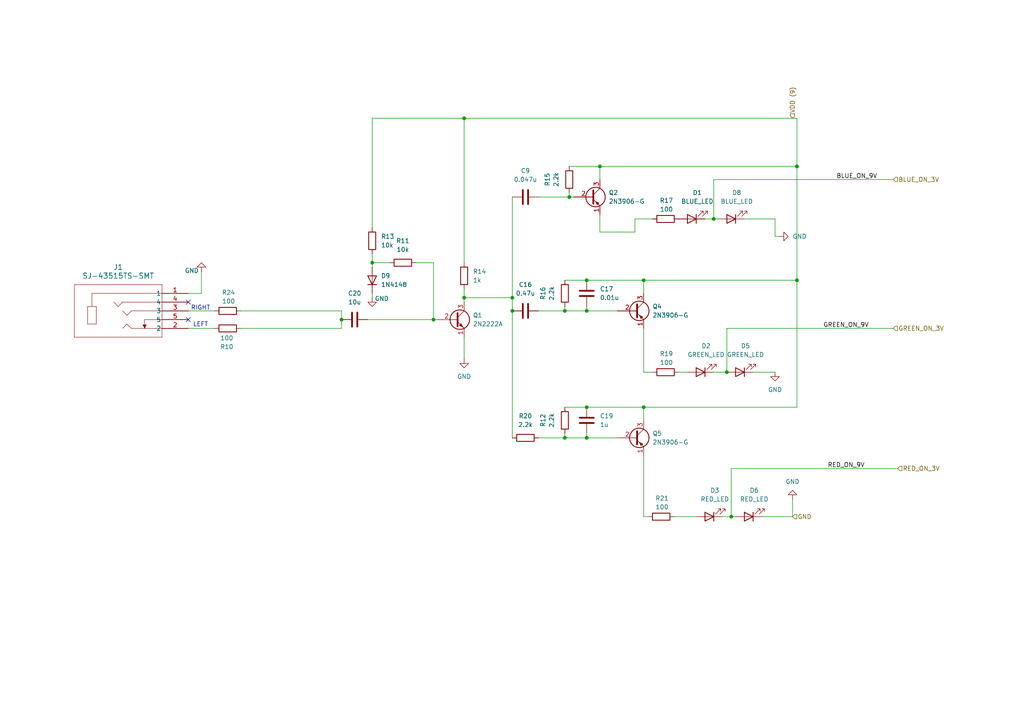
<source format=kicad_sch>
(kicad_sch (version 20231120) (generator "eeschema") (generator_version "8.0")
  (paper "A4")
  (lib_symbols
    (symbol "Device:C" (pin_numbers hide) (pin_names (offset 0.254))
      (property "Reference" "C" (at 0.635 2.54 0))
      (property "Value" "C" (at 0.635 -2.54 0))
      (symbol "C_0_1"
        (polyline (pts (xy -2.032 -0.762) (xy 2.032 -0.762)) (stroke (width 0.508)))
        (polyline (pts (xy -2.032 0.762) (xy 2.032 0.762)) (stroke (width 0.508)))
      )
      (symbol "C_1_1"
        (pin passive line (at 0 3.81 270) (length 2.794) (name "~") (number "1"))
        (pin passive line (at 0 -3.81 90) (length 2.794) (name "~") (number "2"))
      )
    )
    (symbol "Device:LED" (pin_numbers hide) (pin_names (offset 1.016) hide)
      (property "Reference" "D" (at 0 2.54 0))
      (property "Value" "LED" (at 0 -2.54 0))
      (symbol "LED_0_1"
        (polyline (pts (xy -1.27 -1.27) (xy -1.27 1.27)) (stroke (width 0.254)))
        (polyline (pts (xy -1.27 0) (xy 1.27 0)))
        (polyline (pts (xy 1.27 -1.27) (xy 1.27 1.27) (xy -1.27 0) (xy 1.27 -1.27)) (stroke (width 0.254)))
        (polyline (pts (xy -3.048 -0.762) (xy -4.572 -2.286) (xy -3.81 -2.286) (xy -4.572 -2.286) (xy -4.572 -1.524)))
        (polyline (pts (xy -1.778 -0.762) (xy -3.302 -2.286) (xy -2.54 -2.286) (xy -3.302 -2.286) (xy -3.302 -1.524)))
      )
      (symbol "LED_1_1"
        (pin passive line (at -3.81 0 0) (length 2.54) (name "K") (number "1"))
        (pin passive line (at 3.81 0 180) (length 2.54) (name "A") (number "2"))
      )
    )
    (symbol "Device:R" (pin_numbers hide) (pin_names (offset 0))
      (property "Reference" "R" (at 2.032 0 90))
      (property "Value" "R" (at 0 0 90))
      (symbol "R_0_1"
        (rectangle (start -1.016 -2.54) (end 1.016 2.54) (stroke (width 0.254)))
      )
      (symbol "R_1_1"
        (pin passive line (at 0 3.81 270) (length 1.27) (name "~") (number "1"))
        (pin passive line (at 0 -3.81 90) (length 1.27) (name "~") (number "2"))
      )
    )
    (symbol "Diode:1N4148" (pin_numbers hide) (pin_names hide)
      (property "Reference" "D" (at 0 2.54 0))
      (property "Value" "1N4148" (at 0 -2.54 0))
      (symbol "1N4148_0_1"
        (polyline (pts (xy -1.27 1.27) (xy -1.27 -1.27)) (stroke (width 0.254)))
        (polyline (pts (xy 1.27 0) (xy -1.27 0)))
        (polyline (pts (xy 1.27 1.27) (xy 1.27 -1.27) (xy -1.27 0) (xy 1.27 1.27)) (stroke (width 0.254)))
      )
      (symbol "1N4148_1_1"
        (pin passive line (at -3.81 0 0) (length 2.54) (name "K") (number "1"))
        (pin passive line (at 3.81 0 180) (length 2.54) (name "A") (number "2"))
      )
    )
    (symbol "Transistor_BJT:2N3906" (pin_names (offset 0) hide)
      (property "Reference" "Q" (at 5.08 1.905 0))
      (property "Value" "2N3906" (at 5.08 0 0))
      (symbol "2N3906_0_1"
        (polyline (pts (xy 0.635 0.635) (xy 2.54 2.54)))
        (polyline (pts (xy 0.635 -0.635) (xy 2.54 -2.54) (xy 2.54 -2.54)))
        (polyline (pts (xy 0.635 1.905) (xy 0.635 -1.905) (xy 0.635 -1.905)) (stroke (width 0.508)))
        (polyline (pts (xy 2.286 -1.778) (xy 1.778 -2.286) (xy 1.27 -1.27) (xy 2.286 -1.778) (xy 2.286 -1.778)) (fill (type outline)))
        (circle (center 1.27 0) (radius 2.8194) (stroke (width 0.254)))
      )
      (symbol "2N3906_1_1"
        (pin passive line (at 2.54 -5.08 90) (length 2.54) (name "E") (number "1"))
        (pin input line (at -5.08 0 0) (length 5.715) (name "B") (number "2"))
        (pin passive line (at 2.54 5.08 270) (length 2.54) (name "C") (number "3"))
      )
    )
    (symbol "Transistor_BJT:PN2222A" (pin_names (offset 0) hide)
      (property "Reference" "Q" (at 5.08 1.905 0))
      (property "Value" "PN2222A" (at 5.08 0 0))
      (symbol "PN2222A_0_1"
        (polyline (pts (xy 0 0) (xy 0.635 0)))
        (polyline (pts (xy 2.54 -2.54) (xy 0.635 -0.635)))
        (polyline (pts (xy 2.54 2.54) (xy 0.635 0.635)))
        (polyline (pts (xy 0.635 1.905) (xy 0.635 -1.905) (xy 0.635 -1.905)) (stroke (width 0.508)))
        (polyline (pts (xy 2.413 -2.413) (xy 1.905 -1.905) (xy 1.905 -1.905)))
        (polyline (pts (xy 1.143 -1.651) (xy 1.651 -1.143) (xy 2.159 -2.159) (xy 1.143 -1.651) (xy 1.143 -1.651)) (fill (type outline)))
        (circle (center 1.27 0) (radius 2.8194) (stroke (width 0.254)))
      )
      (symbol "PN2222A_1_1"
        (pin passive line (at 2.54 -5.08 90) (length 2.54) (name "E") (number "1"))
        (pin input line (at -5.08 0 0) (length 5.08) (name "B") (number "2"))
        (pin passive line (at 2.54 5.08 270) (length 2.54) (name "C") (number "3"))
      )
    )
    (symbol "power:GND" (power) (pin_numbers hide) (pin_names (offset 0) hide)
      (property "Value" "GND" (at 0 -3.81 0))
      (symbol "GND_0_1"
        (polyline (pts (xy 0 0) (xy 0 -1.27) (xy 1.27 -1.27) (xy 0 -2.54) (xy -1.27 -1.27) (xy 0 -1.27)))
      )
      (symbol "GND_1_1"
        (pin power_in line (at 0 0 270) (length 0) (name "~") (number "1"))
      )
    )
    (symbol "test:SJ-43515TS-SMT" (pin_names (offset 0.254))
      (property "Reference" "J" (at -20.32 7.62 0))
      (property "Value" "SJ-43515TS-SMT" (at -20.32 5.08 0))
      (symbol "SJ-43515TS-SMT_0_1"
        (polyline (pts (xy -33.02 -12.7) (xy -7.62 -12.7)) (stroke (width 0.127)))
        (polyline (pts (xy -33.02 2.54) (xy -33.02 -12.7)) (stroke (width 0.127)))
        (polyline (pts (xy -29.21 -8.89) (xy -29.21 -3.81)) (stroke (width 0.127)))
        (polyline (pts (xy -29.21 -3.81) (xy -26.67 -3.81)) (stroke (width 0.127)))
        (polyline (pts (xy -27.94 0) (xy -27.94 -3.81)) (stroke (width 0.127)))
        (polyline (pts (xy -26.67 -8.89) (xy -29.21 -8.89)) (stroke (width 0.127)))
        (polyline (pts (xy -26.67 -3.81) (xy -26.67 -8.89)) (stroke (width 0.127)))
        (polyline (pts (xy -20.32 -3.81) (xy -21.59 -2.54)) (stroke (width 0.127)))
        (polyline (pts (xy -19.05 -10.16) (xy -17.78 -8.89)) (stroke (width 0.127)))
        (polyline (pts (xy -19.05 -2.54) (xy -20.32 -3.81)) (stroke (width 0.127)))
        (polyline (pts (xy -17.78 -8.89) (xy -16.51 -10.16)) (stroke (width 0.127)))
        (polyline (pts (xy -17.78 -6.35) (xy -19.05 -5.08)) (stroke (width 0.127)))
        (polyline (pts (xy -16.51 -5.08) (xy -17.78 -6.35)) (stroke (width 0.127)))
        (polyline (pts (xy -12.7 -7.62) (xy -12.7 -9.398)) (stroke (width 0.127)))
        (polyline (pts (xy -7.62 -12.7) (xy -7.62 2.54)) (stroke (width 0.127)))
        (polyline (pts (xy -7.62 -10.16) (xy -16.51 -10.16)) (stroke (width 0.127)))
        (polyline (pts (xy -7.62 -7.62) (xy -12.7 -7.62)) (stroke (width 0.127)))
        (polyline (pts (xy -7.62 -5.08) (xy -16.51 -5.08)) (stroke (width 0.127)))
        (polyline (pts (xy -7.62 -2.54) (xy -19.05 -2.54)) (stroke (width 0.127)))
        (polyline (pts (xy -7.62 0) (xy -27.94 0)) (stroke (width 0.127)))
        (polyline (pts (xy -7.62 2.54) (xy -33.02 2.54)) (stroke (width 0.127)))
        (polyline (pts (xy -12.7 -10.16) (xy -12.192 -9.144) (xy -13.208 -9.144)) (fill (type outline)))
        (pin unspecified line (at 0 0 180) (length 7.62) (name "1") (number "1"))
        (pin unspecified line (at 0 -10.16 180) (length 7.62) (name "2") (number "2"))
        (pin unspecified line (at 0 -5.08 180) (length 7.62) (name "3") (number "3"))
        (pin unspecified line (at 0 -2.54 180) (length 7.62) (name "4") (number "4"))
        (pin unspecified line (at 0 -7.62 180) (length 7.62) (name "5") (number "5"))
      )
    )
  )
  (junction (at 207.01 63.5))
  (junction (at 170.18 90.17))
  (junction (at 170.18 81.28))
  (junction (at 231.14 81.28))
  (junction (at 165.1 57.15))
  (junction (at 210.82 107.95))
  (junction (at 107.95 76.2))
  (junction (at 170.18 118.11))
  (junction (at 212.09 149.86))
  (junction (at 173.99 48.26))
  (junction (at 231.14 48.26))
  (junction (at 163.83 127))
  (junction (at 163.83 90.17))
  (junction (at 186.69 81.28))
  (junction (at 148.59 86.36))
  (junction (at 170.18 127))
  (junction (at 134.62 86.36))
  (junction (at 99.06 92.71))
  (junction (at 148.59 90.17))
  (junction (at 186.69 118.11))
  (junction (at 134.62 34.29))
  (junction (at 125.73 92.71))
  (no_connect (at 54.61 92.71))
  (no_connect (at 54.61 87.63))
  (wire (pts (xy 99.06 95.25) (xy 99.06 92.71)))
  (wire (pts (xy 113.03 76.2) (xy 107.95 76.2)))
  (wire (pts (xy 220.98 149.86) (xy 229.87 149.86)))
  (wire (pts (xy 224.79 68.58) (xy 226.06 68.58)))
  (wire (pts (xy 170.18 118.11) (xy 186.69 118.11)))
  (wire (pts (xy 231.14 81.28) (xy 231.14 118.11)))
  (wire (pts (xy 207.01 52.07) (xy 207.01 63.5)))
  (wire (pts (xy 163.83 90.17) (xy 170.18 90.17)))
  (wire (pts (xy 212.09 149.86) (xy 213.36 149.86)))
  (wire (pts (xy 224.79 63.5) (xy 224.79 68.58)))
  (wire (pts (xy 107.95 86.36) (xy 107.95 85.09)))
  (wire (pts (xy 173.99 48.26) (xy 231.14 48.26)))
  (wire (pts (xy 134.62 34.29) (xy 231.14 34.29)))
  (wire (pts (xy 156.21 57.15) (xy 165.1 57.15)))
  (wire (pts (xy 189.23 63.5) (xy 184.15 63.5)))
  (wire (pts (xy 195.58 149.86) (xy 201.93 149.86)))
  (wire (pts (xy 170.18 88.9) (xy 170.18 90.17)))
  (wire (pts (xy 170.18 81.28) (xy 186.69 81.28)))
  (wire (pts (xy 196.85 107.95) (xy 199.39 107.95)))
  (wire (pts (xy 125.73 92.71) (xy 127 92.71)))
  (wire (pts (xy 107.95 76.2) (xy 107.95 77.47)))
  (wire (pts (xy 134.62 97.79) (xy 134.62 104.14)))
  (wire (pts (xy 218.44 107.95) (xy 224.79 107.95)))
  (wire (pts (xy 210.82 107.95) (xy 207.01 107.95)))
  (wire (pts (xy 215.9 63.5) (xy 224.79 63.5)))
  (wire (pts (xy 156.21 127) (xy 163.83 127)))
  (wire (pts (xy 173.99 67.31) (xy 184.15 67.31)))
  (wire (pts (xy 186.69 149.86) (xy 187.96 149.86)))
  (wire (pts (xy 54.61 95.25) (xy 62.23 95.25)))
  (wire (pts (xy 229.87 144.78) (xy 229.87 149.86)))
  (wire (pts (xy 173.99 62.23) (xy 173.99 67.31)))
  (wire (pts (xy 148.59 90.17) (xy 148.59 127)))
  (wire (pts (xy 58.42 78.74) (xy 58.42 85.09)))
  (wire (pts (xy 165.1 57.15) (xy 166.37 57.15)))
  (wire (pts (xy 210.82 95.25) (xy 259.08 95.25)))
  (wire (pts (xy 163.83 125.73) (xy 163.83 127)))
  (wire (pts (xy 186.69 81.28) (xy 231.14 81.28)))
  (wire (pts (xy 186.69 81.28) (xy 186.69 85.09)))
  (wire (pts (xy 204.47 63.5) (xy 207.01 63.5)))
  (wire (pts (xy 212.09 135.89) (xy 260.35 135.89)))
  (wire (pts (xy 165.1 48.26) (xy 173.99 48.26)))
  (wire (pts (xy 209.55 149.86) (xy 212.09 149.86)))
  (wire (pts (xy 54.61 90.17) (xy 62.23 90.17)))
  (wire (pts (xy 54.61 85.09) (xy 58.42 85.09)))
  (wire (pts (xy 212.09 135.89) (xy 212.09 149.86)))
  (wire (pts (xy 207.01 63.5) (xy 208.28 63.5)))
  (wire (pts (xy 186.69 132.08) (xy 186.69 149.86)))
  (wire (pts (xy 170.18 127) (xy 179.07 127)))
  (wire (pts (xy 210.82 95.25) (xy 210.82 107.95)))
  (wire (pts (xy 107.95 66.04) (xy 107.95 34.29)))
  (wire (pts (xy 163.83 118.11) (xy 170.18 118.11)))
  (wire (pts (xy 148.59 86.36) (xy 148.59 90.17)))
  (wire (pts (xy 134.62 87.63) (xy 134.62 86.36)))
  (wire (pts (xy 186.69 118.11) (xy 231.14 118.11)))
  (wire (pts (xy 231.14 34.29) (xy 231.14 48.26)))
  (wire (pts (xy 170.18 125.73) (xy 170.18 127)))
  (wire (pts (xy 184.15 63.5) (xy 184.15 67.31)))
  (wire (pts (xy 69.85 95.25) (xy 99.06 95.25)))
  (wire (pts (xy 186.69 118.11) (xy 186.69 121.92)))
  (wire (pts (xy 134.62 34.29) (xy 134.62 76.2)))
  (wire (pts (xy 163.83 88.9) (xy 163.83 90.17)))
  (wire (pts (xy 107.95 73.66) (xy 107.95 76.2)))
  (wire (pts (xy 186.69 107.95) (xy 189.23 107.95)))
  (wire (pts (xy 259.08 52.07) (xy 207.01 52.07)))
  (wire (pts (xy 106.68 92.71) (xy 125.73 92.71)))
  (wire (pts (xy 186.69 95.25) (xy 186.69 107.95)))
  (wire (pts (xy 170.18 90.17) (xy 179.07 90.17)))
  (wire (pts (xy 125.73 76.2) (xy 125.73 92.71)))
  (wire (pts (xy 173.99 48.26) (xy 173.99 52.07)))
  (wire (pts (xy 125.73 76.2) (xy 120.65 76.2)))
  (wire (pts (xy 134.62 83.82) (xy 134.62 86.36)))
  (wire (pts (xy 134.62 86.36) (xy 148.59 86.36)))
  (wire (pts (xy 163.83 127) (xy 170.18 127)))
  (wire (pts (xy 231.14 48.26) (xy 231.14 81.28)))
  (wire (pts (xy 69.85 90.17) (xy 99.06 90.17)))
  (wire (pts (xy 165.1 55.88) (xy 165.1 57.15)))
  (wire (pts (xy 148.59 57.15) (xy 148.59 86.36)))
  (wire (pts (xy 107.95 34.29) (xy 134.62 34.29)))
  (wire (pts (xy 156.21 90.17) (xy 163.83 90.17)))
  (wire (pts (xy 99.06 90.17) (xy 99.06 92.71)))
  (wire (pts (xy 163.83 81.28) (xy 170.18 81.28)))
  (text "LEFT" (at 58.166 94.234 0) (effects (font (size 1.27 1.27))))
  (text "RIGHT" (at 58.166 89.408 0) (effects (font (size 1.27 1.27))))
  (label "RED_ON_9V" (at 240.03 135.89 0))
  (label "GREEN_ON_9V" (at 238.76 95.25 0))
  (label "BLUE_ON_9V" (at 242.57 52.07 0))
  (hierarchical_label "VDD (9)" (shape input) (at 229.87 34.29 90))
  (hierarchical_label "RED_ON_3V" (shape input) (at 260.35 135.89 0))
  (hierarchical_label "GREEN_ON_3V" (shape input) (at 259.08 95.25 0))
  (hierarchical_label "GND" (shape input) (at 229.87 149.86 0))
  (hierarchical_label "BLUE_ON_3V" (shape input) (at 259.08 52.07 0))
  (symbol (lib_id "Device:C") (at 152.4 57.15 90) (unit 1)
    (property "Reference" "C9" (at 152.4 49.53 90))
    (property "Value" "0.047u" (at 152.4 52.07 90))
    (property "Footprint" "Capacitor_SMD:C_0402_1005Metric_Pad0.74x0.62mm_HandSolder" (effects (hide yes)))
    (property "Datasheet" "https://search.murata.co.jp/Ceramy/image/img/A01X/G101/ENG/GRM155R71E473KA88-01.pdf" (effects (hide yes)))
    (property "Description" "Unpolarized capacitor" (effects (hide yes)))
    (property "Mfr" " Murata Electronics" (effects (hide yes)))
    (property "Mfr P/N" "GRM155R71E473KA88D" (effects (hide yes)))
    (property "Supplier 1" "Digikey" (effects (hide yes)))
    (property "Supplier 1 P/N" "490-3254-1-ND - Cut Tape (CT)" (effects (hide yes)))
    (property "Supplier 1 Unit Price" "$0.08000" (effects (hide yes)))
    (property "Supplier 1 Price @ Qty" "$0.08000" (effects (hide yes)))
  )
  (symbol (lib_id "Device:R") (at 66.04 95.25 270) (unit 1)
    (property "Reference" "R10" (at 65.786 100.584 90))
    (property "Value" "100" (at 65.786 98.044 90))
    (property "Footprint" "Resistor_SMD:R_0603_1608Metric_Pad0.98x0.95mm_HandSolder" (effects (hide yes)))
    (property "Datasheet" "https://www.mouser.com/datasheet/2/315/AOA0000C331-1141874.pdf" (effects (hide yes)))
    (property "Description" "Resistor" (effects (hide yes)))
    (property "Mfr" "Panasonic" (effects (hide yes)))
    (property "Mfr P/N" "Mfr. Part # ERJ-P03F1000V" (effects (hide yes)))
    (property "Supplier 1" "Mouser" (effects (hide yes)))
    (property "Supplier 1 P/N" "667-ERJ-P03F1000V" (effects (hide yes)))
    (property "Supplier 1 Unit Price" "$0.18" (effects (hide yes)))
    (property "Supplier 1 Price @ Qty" "$0.18" (effects (hide yes)))
  )
  (symbol (lib_id "Device:R") (at 163.83 121.92 0) (unit 1)
    (property "Reference" "R12" (at 157.48 121.92 90))
    (property "Value" "2.2k" (at 160.02 121.92 90))
    (property "Footprint" "Capacitor_SMD:C_0201_0603Metric_Pad0.64x0.40mm_HandSolder" (effects (hide yes)))
    (property "Datasheet" "https://www.mouser.com/datasheet/2/315/AOA0000C304-1149620.pdf" (effects (hide yes)))
    (property "Description" "Resistor" (effects (hide yes)))
    (property "Mfr" "Panasonic" (effects (hide yes)))
    (property "Mfr P/N" "ERJ-1GJF2201C" (effects (hide yes)))
    (property "Supplier 1" "Mouser" (effects (hide yes)))
    (property "Supplier 1 P/N" "667-ERJ-1GJF2201C" (effects (hide yes)))
    (property "Supplier 1 Unit Price" "$0.19" (effects (hide yes)))
    (property "Supplier 1 Price @ Qty" "$0.19" (effects (hide yes)))
  )
  (symbol (lib_id "power:GND") (at 58.42 78.74 180) (unit 1)
    (property "Reference" "#PWR059" (effects (hide yes)))
    (property "Value" "GND" (at 55.626 78.486 0))
    (property "Description" "Power symbol creates a global label with name \"GND\" , ground" (effects (hide yes)))
  )
  (symbol (lib_id "Transistor_BJT:PN2222A") (at 132.08 92.71 0) (unit 1)
    (property "Reference" "Q1" (at 137.16 91.4399 0) (effects (justify left)))
    (property "Value" "2N2222A" (at 137.16 93.9799 0) (effects (justify left)))
    (property "Footprint" "test:TO92254P470H750-3" (effects (hide yes)))
    (property "Datasheet" "https://diotec.com/request/datasheet/2n2222a.pdf" (effects (hide yes)))
    (property "Description" "1A Ic, 40V Vce, NPN Transistor, General Purpose Transistor, TO-92" (effects (hide yes)))
    (property "Mfr" " Diotec Semiconductor" (effects (hide yes)))
    (property "Mfr P/N" "2N2222A" (effects (hide yes)))
    (property "Supplier 1" "Digikey" (effects (hide yes)))
    (property "Supplier 1 P/N" "4878-2N2222ACT-ND - Cut Tape (CT)" (effects (hide yes)))
    (property "Supplier 1 Unit Price" "$0.10000" (effects (hide yes)))
    (property "Supplier 1 Price @ Qty" "$0.10000" (effects (hide yes)))
  )
  (symbol (lib_id "Device:LED") (at 214.63 107.95 180) (unit 1)
    (property "Reference" "D5" (at 216.2175 100.33 0))
    (property "Value" "GREEN_LED" (at 216.2175 102.87 0))
    (property "Footprint" "LED_THT:LED_D3.0mm" (effects (hide yes)))
    (property "Datasheet" "https://www.we-online.com/components/products/datasheet/151031VS06000.pdf" (effects (hide yes)))
    (property "Description" "Light emitting diode" (effects (hide yes)))
    (property "Mfr" "Würth Elektronik" (effects (hide yes)))
    (property "Mfr P/N" "151031VS06000" (effects (hide yes)))
    (property "Supplier 1" "Digikey" (effects (hide yes)))
    (property "Supplier 1 P/N" "732-5008-ND" (effects (hide yes)))
    (property "Supplier 1 Unit Price" "$0.16" (effects (hide yes)))
    (property "Supplier 1 Price @ Qty" "$0.16" (effects (hide yes)))
  )
  (symbol (lib_id "test:SJ-43515TS-SMT") (at 54.61 85.09 0) (unit 1)
    (property "Reference" "J1" (at 34.29 77.47 0) (effects (font (size 1.524 1.524))))
    (property "Value" "SJ-43515TS-SMT" (at 34.29 80.01 0) (effects (font (size 1.524 1.524))))
    (property "Footprint" "test:SJ-43515TS-SMT_CUD" (effects (hide yes)))
    (property "Datasheet" "https://www.sameskydevices.com/product/resource/sj-4351x-smt.pdf" (effects (hide yes)))
    (property "Mfr" "Same Sky (Formerly CUI Devices)" (effects (hide yes)))
    (property "Mfr P/N" "SJ-43515TS-SMT-TR" (effects (hide yes)))
    (property "Supplier 1" "Digikey" (effects (hide yes)))
    (property "Supplier 1 P/N" "CP-43515TSSJCT-ND" (effects (hide yes)))
    (property "Supplier 1 Unit Price" "$0.93000" (effects (hide yes)))
    (property "Supplier 1 Price @ Qty" "$0.93000" (effects (hide yes)))
  )
  (symbol (lib_id "Transistor_BJT:2N3906") (at 171.45 57.15 0) (unit 1)
    (property "Reference" "Q2" (at 176.53 55.8799 0) (effects (justify left)))
    (property "Value" "2N3906-G" (at 176.53 58.4199 0) (effects (justify left)))
    (property "Footprint" "test:TO92127P470H495-3" (effects (hide yes)))
    (property "Datasheet" "https://www.comchiptech.com/admin/files/product/166_20190708171941.PDF" (effects (hide yes)))
    (property "Description" "-0.2A Ic, -40V Vce, Small Signal PNP Transistor, TO-92" (effects (hide yes)))
    (property "Mfr" "Comchip Technology" (effects (hide yes)))
    (property "Mfr P/N" "2N3906-G" (effects (hide yes)))
    (property "Supplier 1" "Digikey" (effects (hide yes)))
    (property "Supplier 1 P/N" "641-1946-ND" (effects (hide yes)))
    (property "Supplier 1 Unit Price" " $0.18000" (effects (hide yes)))
    (property "Supplier 1 Price @ Qty" " $0.18000" (effects (hide yes)))
  )
  (symbol (lib_id "Device:LED") (at 205.74 149.86 180) (unit 1)
    (property "Reference" "D3" (at 207.3275 142.24 0))
    (property "Value" "RED_LED" (at 207.3275 144.78 0))
    (property "Footprint" "LED_THT:LED_D3.0mm" (effects (hide yes)))
    (property "Datasheet" "https://www.we-online.com/components/products/datasheet/151031SS06000.pdf" (effects (hide yes)))
    (property "Description" "Light emitting diode" (effects (hide yes)))
    (property "Mfr" "Würth Elektronik" (effects (hide yes)))
    (property "Mfr P/N" "151031SS06000" (effects (hide yes)))
    (property "Supplier 1" "Digikey" (effects (hide yes)))
    (property "Supplier 1 P/N" "732-5006-ND" (effects (hide yes)))
    (property "Supplier 1 Unit Price" "$0.18000" (effects (hide yes)))
    (property "Supplier 1 Price @ Qty" "$0.18000" (effects (hide yes)))
  )
  (symbol (lib_id "power:GND") (at 134.62 104.14 0) (unit 1)
    (property "Reference" "#PWR053" (effects (hide yes)))
    (property "Value" "GND" (at 134.62 109.22 0))
    (property "Description" "Power symbol creates a global label with name \"GND\" , ground" (effects (hide yes)))
  )
  (symbol (lib_id "Device:R") (at 134.62 80.01 0) (unit 1)
    (property "Reference" "R14" (at 137.16 78.7399 0) (effects (justify left)))
    (property "Value" "1k" (at 137.16 81.2799 0) (effects (justify left)))
    (property "Footprint" "Resistor_SMD:R_0402_1005Metric_Pad0.72x0.64mm_HandSolder" (effects (hide yes)))
    (property "Datasheet" "https://www.mouser.com/datasheet/2/315/AOA0000C307-1149632.pdf" (effects (hide yes)))
    (property "Description" "Resistor" (effects (hide yes)))
    (property "Mfr" "Panasonic" (effects (hide yes)))
    (property "Mfr P/N" "ERA-2ARC102X" (effects (hide yes)))
    (property "Supplier 1" "Mouser" (effects (hide yes)))
    (property "Supplier 1 P/N" "667-ERA-2ARC102X" (effects (hide yes)))
    (property "Supplier 1 Unit Price" " $0.33" (effects (hide yes)))
    (property "Supplier 1 Price @ Qty" " $0.33" (effects (hide yes)))
  )
  (symbol (lib_id "Device:LED") (at 212.09 63.5 180) (unit 1)
    (property "Reference" "D8" (at 213.6775 55.88 0))
    (property "Value" "BLUE_LED" (at 213.6775 58.42 0))
    (property "Footprint" "LED_THT:LED_D5.0mm" (effects (hide yes)))
    (property "Datasheet" "https://www.we-online.com/components/products/datasheet/151051BS04000.pdf" (effects (hide yes)))
    (property "Description" "Light emitting diode" (effects (hide yes)))
    (property "Mfr" "Würth Elektronik" (effects (hide yes)))
    (property "Mfr P/N" "151051BS04000" (effects (hide yes)))
    (property "Supplier 1" "Digikey" (effects (hide yes)))
    (property "Supplier 1 P/N" "732-5015-ND" (effects (hide yes)))
    (property "Supplier 1 Unit Price" "$0.26" (effects (hide yes)))
    (property "Supplier 1 Price @ Qty" "$0.26" (effects (hide yes)))
  )
  (symbol (lib_id "power:GND") (at 226.06 68.58 90) (unit 1)
    (property "Reference" "#PWR054" (effects (hide yes)))
    (property "Value" "GND" (at 229.87 68.5799 90) (effects (justify right)))
    (property "Description" "Power symbol creates a global label with name \"GND\" , ground" (effects (hide yes)))
  )
  (symbol (lib_id "power:GND") (at 229.87 144.78 180) (unit 1)
    (property "Reference" "#PWR056" (effects (hide yes)))
    (property "Value" "GND" (at 229.87 139.7 0))
    (property "Description" "Power symbol creates a global label with name \"GND\" , ground" (effects (hide yes)))
  )
  (symbol (lib_id "Device:R") (at 116.84 76.2 270) (unit 1)
    (property "Reference" "R11" (at 116.84 69.85 90))
    (property "Value" "10k" (at 116.84 72.39 90))
    (property "Footprint" "Resistor_SMD:R_0805_2012Metric_Pad1.20x1.40mm_HandSolder" (effects (hide yes)))
    (property "Datasheet" "https://www.mouser.com/datasheet/2/315/AOA0000C334-1314047.pdf" (effects (hide yes)))
    (property "Description" "Resistor" (effects (hide yes)))
    (property "Mfr" "Panasonic" (effects (hide yes)))
    (property "Mfr P/N" "ERJ-U06D1002V" (effects (hide yes)))
    (property "Supplier 1" "Mouser" (effects (hide yes)))
    (property "Supplier 1 P/N" "667-ERJ-U06D1002V" (effects (hide yes)))
    (property "Supplier 1 Unit Price" "$0.28" (effects (hide yes)))
    (property "Supplier 1 Price @ Qty" "$0.28" (effects (hide yes)))
  )
  (symbol (lib_id "Device:R") (at 191.77 149.86 90) (unit 1)
    (property "Reference" "R21" (at 192.024 144.526 90))
    (property "Value" "100" (at 192.024 147.066 90))
    (property "Footprint" "Resistor_SMD:R_0603_1608Metric_Pad0.98x0.95mm_HandSolder" (effects (hide yes)))
    (property "Datasheet" "https://www.mouser.com/datasheet/2/315/AOA0000C331-1141874.pdf" (effects (hide yes)))
    (property "Description" "Resistor" (effects (hide yes)))
    (property "Mfr" "Panasonic" (effects (hide yes)))
    (property "Mfr P/N" "Mfr. Part # ERJ-P03F1000V" (effects (hide yes)))
    (property "Supplier 1" "Mouser" (effects (hide yes)))
    (property "Supplier 1 P/N" "667-ERJ-P03F1000V" (effects (hide yes)))
    (property "Supplier 1 Unit Price" "$0.18" (effects (hide yes)))
    (property "Supplier 1 Price @ Qty" "$0.18" (effects (hide yes)))
  )
  (symbol (lib_id "Device:LED") (at 217.17 149.86 180) (unit 1)
    (property "Reference" "D6" (at 218.7575 142.24 0))
    (property "Value" "RED_LED" (at 218.7575 144.78 0))
    (property "Footprint" "LED_THT:LED_D3.0mm" (effects (hide yes)))
    (property "Datasheet" "https://www.we-online.com/components/products/datasheet/151031SS06000.pdf" (effects (hide yes)))
    (property "Description" "Light emitting diode" (effects (hide yes)))
    (property "Mfr" "Würth Elektronik" (effects (hide yes)))
    (property "Mfr P/N" "151031SS06000" (effects (hide yes)))
    (property "Supplier 1" "Digikey" (effects (hide yes)))
    (property "Supplier 1 P/N" "732-5006-ND" (effects (hide yes)))
    (property "Supplier 1 Unit Price" "$0.18000" (effects (hide yes)))
    (property "Supplier 1 Price @ Qty" "$0.18000" (effects (hide yes)))
  )
  (symbol (lib_id "Device:C") (at 170.18 85.09 0) (unit 1)
    (property "Reference" "C17" (at 173.99 83.8199 0) (effects (justify left)))
    (property "Value" "0.01u" (at 173.99 86.3599 0) (effects (justify left)))
    (property "Footprint" "Capacitor_SMD:C_0201_0603Metric_Pad0.64x0.40mm_HandSolder" (effects (hide yes)))
    (property "Description" "Unpolarized capacitor" (effects (hide yes)))
    (property "Mfr" "Murata Electronics" (effects (hide yes)))
    (property "Mfr P/N" "GMD033R61A103KA01D" (effects (hide yes)))
    (property "Supplier 1" "Mouser" (effects (hide yes)))
    (property "Supplier 1 P/N" "81-GMD033R61A103KA1D" (effects (hide yes)))
    (property "Supplier 1 Unit Price" "$0.77" (effects (hide yes)))
    (property "Supplier 1 Price @ Qty" "$0.77" (effects (hide yes)))
  )
  (symbol (lib_id "Transistor_BJT:2N3906") (at 184.15 127 0) (unit 1)
    (property "Reference" "Q5" (at 189.23 125.7299 0) (effects (justify left)))
    (property "Value" "2N3906-G" (at 189.23 128.2699 0) (effects (justify left)))
    (property "Footprint" "test:TO92127P470H495-3" (effects (hide yes)))
    (property "Datasheet" "https://www.comchiptech.com/admin/files/product/166_20190708171941.PDF" (effects (hide yes)))
    (property "Description" "-0.2A Ic, -40V Vce, Small Signal PNP Transistor, TO-92" (effects (hide yes)))
    (property "Mfr" "Comchip Technology" (effects (hide yes)))
    (property "Mfr P/N" "2N3906-G" (effects (hide yes)))
    (property "Supplier 1" "Digikey" (effects (hide yes)))
    (property "Supplier 1 P/N" "641-1946-ND" (effects (hide yes)))
    (property "Supplier 1 Unit Price" " $0.18000" (effects (hide yes)))
    (property "Supplier 1 Price @ Qty" " $0.18000" (effects (hide yes)))
  )
  (symbol (lib_id "Device:LED") (at 200.66 63.5 180) (unit 1)
    (property "Reference" "D1" (at 202.2475 55.88 0))
    (property "Value" "BLUE_LED" (at 202.2475 58.42 0))
    (property "Footprint" "LED_THT:LED_D5.0mm" (effects (hide yes)))
    (property "Datasheet" "https://www.we-online.com/components/products/datasheet/151031SS06000.pdf" (effects (hide yes)))
    (property "Description" "Light emitting diode" (effects (hide yes)))
    (property "Mfr" "Würth Elektronik" (effects (hide yes)))
    (property "Mfr P/N" "151031SS06000" (effects (hide yes)))
    (property "Supplier 1" "Digikey" (effects (hide yes)))
    (property "Supplier 1 P/N" "732-5006-ND " (effects (hide yes)))
    (property "Supplier 1 Unit Price" "$0.26" (effects (hide yes)))
    (property "Supplier 1 Price @ Qty" "$0.26" (effects (hide yes)))
  )
  (symbol (lib_id "Device:LED") (at 203.2 107.95 180) (unit 1)
    (property "Reference" "D2" (at 204.7875 100.33 0))
    (property "Value" "GREEN_LED" (at 204.7875 102.87 0))
    (property "Footprint" "LED_THT:LED_D3.0mm" (effects (hide yes)))
    (property "Datasheet" "https://www.we-online.com/components/products/datasheet/151031VS06000.pdf" (effects (hide yes)))
    (property "Description" "Light emitting diode" (effects (hide yes)))
    (property "Mfr" "Würth Elektronik" (effects (hide yes)))
    (property "Mfr P/N" "151031VS06000" (effects (hide yes)))
    (property "Supplier 1" "Digikey" (effects (hide yes)))
    (property "Supplier 1 P/N" "732-5008-ND" (effects (hide yes)))
    (property "Supplier 1 Unit Price" "$0.16" (effects (hide yes)))
    (property "Supplier 1 Price @ Qty" "$0.16" (effects (hide yes)))
  )
  (symbol (lib_id "power:GND") (at 224.79 107.95 0) (unit 1)
    (property "Reference" "#PWR055" (effects (hide yes)))
    (property "Value" "GND" (at 224.79 113.03 0))
    (property "Description" "Power symbol creates a global label with name \"GND\" , ground" (effects (hide yes)))
  )
  (symbol (lib_id "Device:C") (at 102.87 92.71 90) (unit 1)
    (property "Reference" "C20" (at 102.87 85.09 90))
    (property "Value" "10u" (at 102.87 87.63 90))
    (property "Footprint" "Capacitor_SMD:C_0805_2012Metric_Pad1.18x1.45mm_HandSolder" (effects (hide yes)))
    (property "Datasheet" "https://mm.digikey.com/Volume0/opasdata/d220001/medias/docus/609/CL21A106KOQNNNE_Spec.pdf" (effects (hide yes)))
    (property "Description" "Unpolarized capacitor" (effects (hide yes)))
    (property "Mfr" "Samsung Electro-Mechanics" (effects (hide yes)))
    (property "Mfr P/N" "CL21A106KOQNNNE" (effects (hide yes)))
    (property "Supplier 1" "Digikey" (effects (hide yes)))
    (property "Supplier 1 P/N" "1276-1096-1-ND - Cut Tape (CT)" (effects (hide yes)))
    (property "Supplier 1 Unit Price" "$0.08000" (effects (hide yes)))
  )
  (symbol (lib_id "power:GND") (at 107.95 86.36 0) (unit 1)
    (property "Reference" "#PWR052" (effects (hide yes)))
    (property "Value" "GND" (at 110.744 86.614 0))
    (property "Description" "Power symbol creates a global label with name \"GND\" , ground" (effects (hide yes)))
  )
  (symbol (lib_id "Diode:1N4148") (at 107.95 81.28 90) (unit 1)
    (property "Reference" "D9" (at 110.49 80.0099 90) (effects (justify right)))
    (property "Value" "1N4148" (at 110.49 82.5499 90) (effects (justify right)))
    (property "Footprint" "Diode_THT:D_DO-35_SOD27_P7.62mm_Horizontal" (effects (hide yes)))
    (property "Datasheet" "https://assets.nexperia.com/documents/data-sheet/1N4148_1N4448.pdf" (effects (hide yes)))
    (property "Description" "100V 0.15A standard switching diode, DO-35" (effects (hide yes)))
    (property "Sim.Device" "D" (effects (hide yes)))
    (property "Sim.Pins" "1=K 2=A" (effects (hide yes)))
    (property "Mfr" "Vishay" (effects (hide yes)))
    (property "Mfr P/N" "1N4148W-HG3_A-08" (effects (hide yes)))
    (property "Supplier 1" "Mouser" (effects (hide yes)))
    (property "Supplier 1 P/N" "78-1N4148W-HG3_A-08" (effects (hide yes)))
    (property "Supplier 1 Unit Price" "$0.33" (effects (hide yes)))
    (property "Supplier 1 Price @ Qty" "$0.33" (effects (hide yes)))
  )
  (symbol (lib_id "Device:R") (at 66.04 90.17 90) (unit 1)
    (property "Reference" "R24" (at 66.294 84.836 90))
    (property "Value" "100" (at 66.294 87.376 90))
    (property "Footprint" "Resistor_SMD:R_0603_1608Metric_Pad0.98x0.95mm_HandSolder" (effects (hide yes)))
    (property "Datasheet" "https://www.mouser.com/datasheet/2/315/AOA0000C331-1141874.pdf" (effects (hide yes)))
    (property "Description" "Resistor" (effects (hide yes)))
    (property "Mfr" "Panasonic" (effects (hide yes)))
    (property "Mfr P/N" "Mfr. Part # ERJ-P03F1000V" (effects (hide yes)))
    (property "Supplier 1" "Mouser" (effects (hide yes)))
    (property "Supplier 1 P/N" "667-ERJ-P03F1000V" (effects (hide yes)))
    (property "Supplier 1 Unit Price" "$0.18" (effects (hide yes)))
    (property "Supplier 1 Price @ Qty" "$0.18" (effects (hide yes)))
  )
  (symbol (lib_id "Device:R") (at 193.04 107.95 90) (unit 1)
    (property "Reference" "R19" (at 193.294 102.616 90))
    (property "Value" "100" (at 193.294 105.156 90))
    (property "Footprint" "Resistor_SMD:R_0603_1608Metric_Pad0.98x0.95mm_HandSolder" (effects (hide yes)))
    (property "Datasheet" "https://www.mouser.com/datasheet/2/315/AOA0000C331-1141874.pdf" (effects (hide yes)))
    (property "Description" "Resistor" (effects (hide yes)))
    (property "Mfr" "Panasonic" (effects (hide yes)))
    (property "Mfr P/N" "Mfr. Part # ERJ-P03F1000V" (effects (hide yes)))
    (property "Supplier 1" "Mouser" (effects (hide yes)))
    (property "Supplier 1 P/N" "667-ERJ-P03F1000V" (effects (hide yes)))
    (property "Supplier 1 Unit Price" "$0.18" (effects (hide yes)))
    (property "Supplier 1 Price @ Qty" "$0.18" (effects (hide yes)))
  )
  (symbol (lib_id "Device:C") (at 152.4 90.17 90) (unit 1)
    (property "Reference" "C16" (at 152.4 82.55 90))
    (property "Value" "0.47u" (at 152.4 85.09 90))
    (property "Footprint" "Capacitor_SMD:C_0805_2012Metric_Pad1.18x1.45mm_HandSolder" (effects (hide yes)))
    (property "Datasheet" "https://www.samsungsem.com/kr/support/product-search/mlcc/CL21B474KBFNNNG.jsp" (effects (hide yes)))
    (property "Description" "Unpolarized capacitor" (effects (hide yes)))
    (property "Mfr" "Samsung Electro-Mechanics" (effects (hide yes)))
    (property "Mfr P/N" "CL21B474KBFNNNG" (effects (hide yes)))
    (property "Supplier 1" "Digikey" (effects (hide yes)))
    (property "Supplier 1 P/N" "1276-6482-1-ND - Cut Tape (CT)" (effects (hide yes)))
    (property "Supplier 1 Unit Price" "$0.10000" (effects (hide yes)))
    (property "Supplier 1 Price @ Qty" "$0.10000" (effects (hide yes)))
  )
  (symbol (lib_id "Device:R") (at 193.04 63.5 90) (unit 1)
    (property "Reference" "R17" (at 193.294 58.166 90))
    (property "Value" "100" (at 193.294 60.706 90))
    (property "Footprint" "Resistor_SMD:R_0603_1608Metric_Pad0.98x0.95mm_HandSolder" (effects (hide yes)))
    (property "Datasheet" "https://www.mouser.com/datasheet/2/315/AOA0000C331-1141874.pdf" (effects (hide yes)))
    (property "Description" "Resistor" (effects (hide yes)))
    (property "Mfr" "Panasonic" (effects (hide yes)))
    (property "Mfr P/N" "Mfr. Part # ERJ-P03F1000V" (effects (hide yes)))
    (property "Supplier 1" "Mouser" (effects (hide yes)))
    (property "Supplier 1 P/N" "667-ERJ-P03F1000V" (effects (hide yes)))
    (property "Supplier 1 Unit Price" "$0.18" (effects (hide yes)))
    (property "Supplier 1 Price @ Qty" "$0.18" (effects (hide yes)))
  )
  (symbol (lib_id "Device:C") (at 170.18 121.92 0) (unit 1)
    (property "Reference" "C19" (at 173.99 120.6499 0) (effects (justify left)))
    (property "Value" "1u" (at 173.99 123.1899 0) (effects (justify left)))
    (property "Footprint" "Capacitor_SMD:C_0402_1005Metric_Pad0.74x0.62mm_HandSolder" (effects (hide yes)))
    (property "Description" "Unpolarized capacitor" (effects (hide yes)))
    (property "Mfr" "TAIYO YUDEN" (effects (hide yes)))
    (property "Mfr P/N" "MAASL105CD7105MFCA01" (effects (hide yes)))
    (property "Supplier 1" "Mouser" (effects (hide yes)))
    (property "Supplier 1 P/N" "963-MAASL105CD7105MF" (effects (hide yes)))
    (property "Supplier 1 Unit Price" "$0.14" (effects (hide yes)))
    (property "Supplier 1 Price @ Qty" "$0.14" (effects (hide yes)))
  )
  (symbol (lib_id "Device:R") (at 107.95 69.85 180) (unit 1)
    (property "Reference" "R13" (at 110.49 68.5799 0) (effects (justify right)))
    (property "Value" "10k" (at 110.49 71.1199 0) (effects (justify right)))
    (property "Footprint" "Resistor_SMD:R_0805_2012Metric_Pad1.20x1.40mm_HandSolder" (effects (hide yes)))
    (property "Datasheet" "https://www.mouser.com/datasheet/2/315/AOA0000C334-1314047.pdf" (effects (hide yes)))
    (property "Description" "Resistor" (effects (hide yes)))
    (property "Mfr" "Panasonic" (effects (hide yes)))
    (property "Mfr P/N" "ERJ-U06D1002V" (effects (hide yes)))
    (property "Supplier 1" "Mouser" (effects (hide yes)))
    (property "Supplier 1 P/N" "667-ERJ-U06D1002V" (effects (hide yes)))
    (property "Supplier 1 Unit Price" "$0.28" (effects (hide yes)))
    (property "Supplier 1 Price @ Qty" "$0.28" (effects (hide yes)))
  )
  (symbol (lib_id "Transistor_BJT:2N3906") (at 184.15 90.17 0) (unit 1)
    (property "Reference" "Q4" (at 189.23 88.8999 0) (effects (justify left)))
    (property "Value" "2N3906-G" (at 189.23 91.4399 0) (effects (justify left)))
    (property "Footprint" "test:TO92127P470H495-3" (effects (hide yes)))
    (property "Datasheet" "https://www.comchiptech.com/admin/files/product/166_20190708171941.PDF" (effects (hide yes)))
    (property "Description" "-0.2A Ic, -40V Vce, Small Signal PNP Transistor, TO-92" (effects (hide yes)))
    (property "Mfr" "Comchip Technology" (effects (hide yes)))
    (property "Mfr P/N" "2N3906-G" (effects (hide yes)))
    (property "Supplier 1" "Digikey" (effects (hide yes)))
    (property "Supplier 1 P/N" "641-1946-ND" (effects (hide yes)))
    (property "Supplier 1 Unit Price" " $0.18000" (effects (hide yes)))
    (property "Supplier 1 Price @ Qty" " $0.18000" (effects (hide yes)))
  )
  (symbol (lib_id "Device:R") (at 163.83 85.09 0) (unit 1)
    (property "Reference" "R16" (at 157.48 85.09 90))
    (property "Value" "2.2k" (at 160.02 85.09 90))
    (property "Footprint" "Capacitor_SMD:C_0201_0603Metric_Pad0.64x0.40mm_HandSolder" (effects (hide yes)))
    (property "Datasheet" "https://www.mouser.com/datasheet/2/315/AOA0000C304-1149620.pdf" (effects (hide yes)))
    (property "Description" "Resistor" (effects (hide yes)))
    (property "Mfr" "Panasonic" (effects (hide yes)))
    (property "Mfr P/N" "ERJ-1GJF2201C" (effects (hide yes)))
    (property "Supplier 1" "Mouser" (effects (hide yes)))
    (property "Supplier 1 P/N" "667-ERJ-1GJF2201C" (effects (hide yes)))
    (property "Supplier 1 Unit Price" "$0.19" (effects (hide yes)))
    (property "Supplier 1 Price @ Qty" "$0.19" (effects (hide yes)))
  )
  (symbol (lib_id "Device:R") (at 152.4 127 270) (unit 1)
    (property "Reference" "R20" (at 152.4 120.65 90))
    (property "Value" "2.2k" (at 152.4 123.19 90))
    (property "Footprint" "Capacitor_SMD:C_0201_0603Metric_Pad0.64x0.40mm_HandSolder" (effects (hide yes)))
    (property "Datasheet" "https://www.mouser.com/datasheet/2/315/AOA0000C304-1149620.pdf" (effects (hide yes)))
    (property "Description" "Resistor" (effects (hide yes)))
    (property "Mfr" "Panasonic" (effects (hide yes)))
    (property "Mfr P/N" "ERJ-1GJF2201C" (effects (hide yes)))
    (property "Supplier 1" "Mouser" (effects (hide yes)))
    (property "Supplier 1 P/N" "667-ERJ-1GJF2201C" (effects (hide yes)))
    (property "Supplier 1 Unit Price" "$0.19" (effects (hide yes)))
    (property "Supplier 1 Price @ Qty" "$0.19" (effects (hide yes)))
  )
  (symbol (lib_id "Device:R") (at 165.1 52.07 0) (unit 1)
    (property "Reference" "R15" (at 158.75 52.07 90))
    (property "Value" "2.2k" (at 161.29 52.07 90))
    (property "Footprint" "Capacitor_SMD:C_0201_0603Metric_Pad0.64x0.40mm_HandSolder" (effects (hide yes)))
    (property "Datasheet" "https://www.mouser.com/datasheet/2/315/AOA0000C304-1149620.pdf" (effects (hide yes)))
    (property "Description" "Resistor" (effects (hide yes)))
    (property "Mfr" "Panasonic" (effects (hide yes)))
    (property "Mfr P/N" "ERJ-1GJF2201C" (effects (hide yes)))
    (property "Supplier 1" "Mouser" (effects (hide yes)))
    (property "Supplier 1 P/N" "667-ERJ-1GJF2201C" (effects (hide yes)))
    (property "Supplier 1 Unit Price" "$0.19" (effects (hide yes)))
    (property "Supplier 1 Price @ Qty" "$0.19" (effects (hide yes)))
  )
)
</source>
